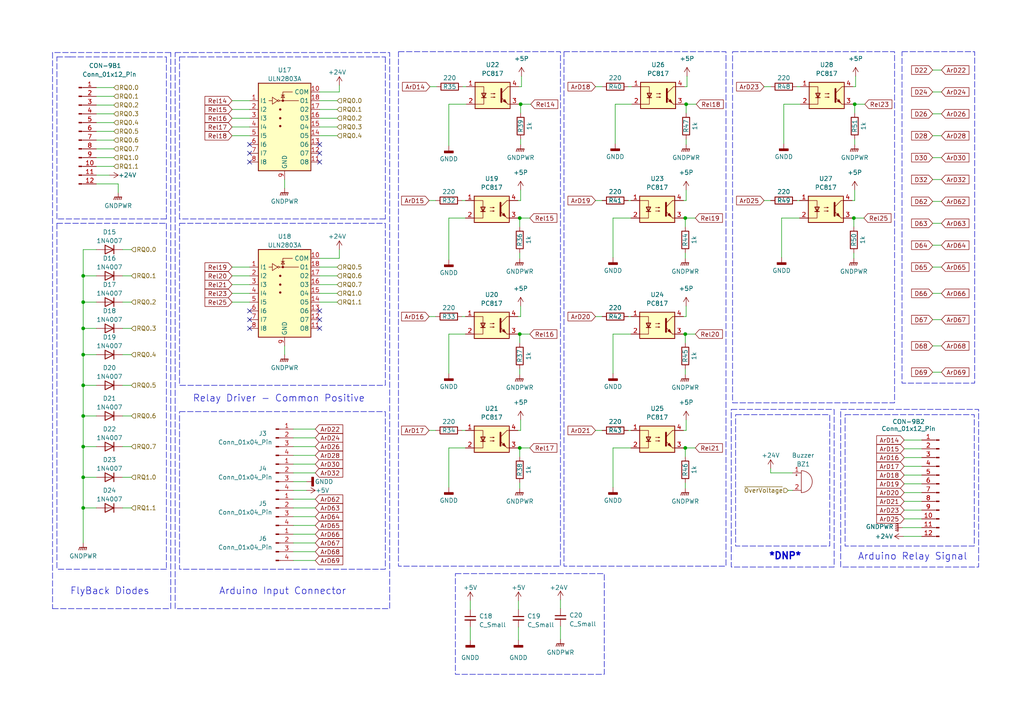
<source format=kicad_sch>
(kicad_sch (version 20250114) (generator "eeschema") (generator_version "9.0")
  (paper "A4")
  (title_block (title "PLC RestoMod - Digital I/O") (date "2024-01-04") (rev "2.0") (company "Akbar Q Open Source") (comment 1 "Digital Input [Switch + External 24V]") (comment 2 "Corrected Relay Driver Circuit Power") (comment 3 "PCB Manufacture Complete - Pending Build and Test"))
  (rectangle (start 52.07 119.38) (end 111.76 165.1) (stroke (width 0) (type dash)))
  (rectangle (start 212.09 118.745) (end 241.935 164.465) (stroke (width 0) (type dash)))
  (rectangle (start 50.8 15.24) (end 113.03 176.53) (stroke (width 0) (type dash)))
  (rectangle (start 132.08 166.37) (end 175.26 195.58) (stroke (width 0) (type dash)))
  (rectangle (start 261.62 14.986) (end 282.702 111.125) (stroke (width 0) (type dash)))
  (rectangle (start 115.57 14.986) (end 162.56 164.211) (stroke (width 0) (type dash)))
  (rectangle (start 212.471 14.986) (end 259.461 116.84) (stroke (width 0) (type dash)))
  (rectangle (start 163.576 14.986) (end 210.566 164.211) (stroke (width 0) (type dash)))
  (rectangle (start 243.84 118.745) (end 283.845 164.465) (stroke (width 0) (type dash)))
  (rectangle (start 52.07 64.77) (end 111.76 111.76) (stroke (width 0) (type dash)))
  (rectangle (start 213.36 120.269) (end 240.665 158.369) (stroke (width 0) (type dash)))
  (rectangle (start 245.11 120.269) (end 282.575 158.369) (stroke (width 0) (type dash)))
  (text "Relay Driver - Common Positive" (at 55.88 116.84 0) (effects (font (size 2 2)) (justify left bottom)))
  (text "*DNP*" (at 222.885 162.56 0) (effects (font (size 2 2) (thickness 0.4) (bold yes)) (justify left bottom)))
  (text "Arduino Input Connector" (at 63.5 172.72 0) (effects (font (size 2 2)) (justify left bottom)))
  (text "Arduino Relay Signal" (at 248.793 162.687 0) (effects (font (size 2 2)) (justify left bottom)))
  (text "FlyBack Diodes" (at 20.32 172.72 0) (effects (font (size 2 2)) (justify left bottom)))
  (junction (at 198.755 129.921))
  (junction (at 247.65 63.246))
  (junction (at 150.749 96.901))
  (junction (at 150.749 63.246))
  (junction (at 24.13 102.87))
  (junction (at 247.904 30.226))
  (junction (at 24.13 87.63))
  (junction (at 198.755 63.246))
  (junction (at 24.13 129.54))
  (junction (at 24.13 111.76))
  (junction (at 24.13 120.65))
  (junction (at 24.13 95.25))
  (junction (at 24.13 80.01))
  (junction (at 150.749 129.921))
  (junction (at 198.755 96.901))
  (junction (at 151.003 30.226))
  (junction (at 24.13 138.43))
  (junction (at 24.13 147.32))
  (junction (at 199.009 30.226))
  (no_connect (at 92.71 92.71))
  (no_connect (at 92.71 90.17))
  (no_connect (at 92.71 41.91))
  (no_connect (at 72.39 90.17))
  (no_connect (at 92.71 95.25))
  (no_connect (at 92.71 44.45))
  (no_connect (at 72.39 95.25))
  (no_connect (at 72.39 41.91))
  (no_connect (at 72.39 46.99))
  (no_connect (at 72.39 44.45))
  (no_connect (at 72.39 92.71))
  (no_connect (at 92.71 46.99))
  (wire (pts (xy 24.13 95.25) (xy 27.94 95.25)))
  (wire (pts (xy 198.247 129.921) (xy 198.755 129.921)))
  (wire (pts (xy 24.13 72.39) (xy 27.94 72.39)))
  (wire (pts (xy 24.13 111.76) (xy 24.13 102.87)))
  (wire (pts (xy 67.31 39.37) (xy 72.39 39.37)))
  (wire (pts (xy 34.29 53.34) (xy 27.94 53.34)))
  (wire (pts (xy 270.51 58.42) (xy 273.05 58.42)))
  (wire (pts (xy 262.255 137.795) (xy 267.335 137.795)))
  (wire (pts (xy 35.56 72.39) (xy 38.1 72.39)))
  (wire (pts (xy 182.245 124.841) (xy 183.007 124.841)))
  (wire (pts (xy 270.51 100.33) (xy 273.05 100.33)))
  (wire (pts (xy 231.14 25.146) (xy 232.156 25.146)))
  (wire (pts (xy 24.13 87.63) (xy 24.13 80.01)))
  (wire (pts (xy 198.247 124.841) (xy 199.009 124.841)))
  (polyline (pts (xy 111.76 63.5) (xy 52.07 63.5)) (stroke (width 0) (type dash)))
  (wire (pts (xy 130.175 63.246) (xy 130.175 75.311)))
  (wire (pts (xy 85.09 124.46) (xy 91.44 124.46)))
  (wire (pts (xy 178.435 30.226) (xy 178.435 41.656)))
  (wire (pts (xy 85.09 127) (xy 91.44 127)))
  (wire (pts (xy 198.755 107.061) (xy 198.755 108.585)))
  (wire (pts (xy 162.56 173.99) (xy 162.56 176.53)))
  (wire (pts (xy 247.142 63.246) (xy 247.65 63.246)))
  (wire (pts (xy 130.175 30.226) (xy 130.175 42.291)))
  (wire (pts (xy 151.257 22.098) (xy 151.257 25.146)))
  (wire (pts (xy 85.09 162.56) (xy 91.44 162.56)))
  (wire (pts (xy 247.904 40.386) (xy 247.904 41.91)))
  (wire (pts (xy 35.56 102.87) (xy 38.1 102.87)))
  (wire (pts (xy 262.255 150.495) (xy 267.335 150.495)))
  (wire (pts (xy 85.09 147.32) (xy 91.44 147.32)))
  (wire (pts (xy 82.55 100.33) (xy 82.55 102.87)))
  (wire (pts (xy 270.51 39.37) (xy 273.05 39.37)))
  (wire (pts (xy 262.255 135.255) (xy 267.335 135.255)))
  (wire (pts (xy 198.755 96.901) (xy 201.676 96.901)))
  (polyline (pts (xy 48.26 165.1) (xy 16.51 165.1)) (stroke (width 0) (type dash)))
  (wire (pts (xy 199.009 121.793) (xy 199.009 124.841)))
  (wire (pts (xy 150.749 107.061) (xy 150.749 108.585)))
  (wire (pts (xy 124.46 91.821) (xy 126.365 91.821)))
  (wire (pts (xy 199.009 40.386) (xy 199.009 41.91)))
  (wire (pts (xy 198.247 58.166) (xy 199.009 58.166)))
  (wire (pts (xy 270.51 107.95) (xy 273.05 107.95)))
  (wire (pts (xy 172.72 91.821) (xy 174.625 91.821)))
  (wire (pts (xy 228.6 142.24) (xy 229.87 142.24)))
  (wire (pts (xy 247.65 63.246) (xy 250.571 63.246)))
  (wire (pts (xy 198.755 63.246) (xy 201.676 63.246)))
  (wire (pts (xy 98.425 24.765) (xy 98.425 26.67)))
  (wire (pts (xy 67.31 36.83) (xy 72.39 36.83)))
  (wire (pts (xy 198.501 25.146) (xy 199.263 25.146)))
  (wire (pts (xy 247.396 25.146) (xy 248.158 25.146)))
  (wire (pts (xy 82.55 52.07) (xy 82.55 54.61)))
  (wire (pts (xy 150.749 63.246) (xy 153.67 63.246)))
  (wire (pts (xy 150.749 96.901) (xy 153.67 96.901)))
  (wire (pts (xy 92.71 80.01) (xy 97.79 80.01)))
  (wire (pts (xy 92.71 31.75) (xy 97.79 31.75)))
  (wire (pts (xy 262.255 140.335) (xy 267.335 140.335)))
  (wire (pts (xy 221.615 25.146) (xy 223.52 25.146)))
  (wire (pts (xy 150.241 63.246) (xy 150.749 63.246)))
  (wire (pts (xy 262.255 147.955) (xy 267.335 147.955)))
  (wire (pts (xy 130.175 96.901) (xy 135.001 96.901)))
  (wire (pts (xy 199.009 30.226) (xy 199.009 32.766)))
  (wire (pts (xy 150.749 129.921) (xy 153.67 129.921)))
  (wire (pts (xy 178.435 30.226) (xy 183.261 30.226)))
  (wire (pts (xy 177.8 96.901) (xy 177.8 108.331)))
  (polyline (pts (xy 16.51 16.51) (xy 20.32 16.51)) (stroke (width 0) (type dash)))
  (wire (pts (xy 247.904 30.226) (xy 247.904 32.766)))
  (polyline (pts (xy 49.53 15.24) (xy 15.24 15.24)) (stroke (width 0) (type dash)))
  (wire (pts (xy 24.13 102.87) (xy 27.94 102.87)))
  (polyline (pts (xy 52.07 63.5) (xy 52.07 16.51)) (stroke (width 0) (type dash)))
  (wire (pts (xy 172.72 124.841) (xy 174.625 124.841)))
  (wire (pts (xy 270.51 33.02) (xy 273.05 33.02)))
  (wire (pts (xy 182.245 91.821) (xy 183.007 91.821)))
  (wire (pts (xy 151.003 30.226) (xy 153.924 30.226)))
  (wire (pts (xy 150.495 30.226) (xy 151.003 30.226)))
  (wire (pts (xy 67.31 87.63) (xy 72.39 87.63)))
  (wire (pts (xy 124.46 58.166) (xy 126.365 58.166)))
  (wire (pts (xy 27.94 33.02) (xy 33.02 33.02)))
  (wire (pts (xy 24.13 120.65) (xy 27.94 120.65)))
  (wire (pts (xy 198.755 73.406) (xy 198.755 74.93)))
  (wire (pts (xy 136.398 174.244) (xy 136.398 176.784)))
  (wire (pts (xy 198.755 63.246) (xy 198.755 65.786)))
  (wire (pts (xy 247.65 73.406) (xy 247.65 74.93)))
  (wire (pts (xy 198.755 140.081) (xy 198.755 141.605)))
  (wire (pts (xy 24.13 120.65) (xy 24.13 111.76)))
  (wire (pts (xy 27.94 40.64) (xy 33.02 40.64)))
  (wire (pts (xy 85.09 142.24) (xy 88.9 142.24)))
  (polyline (pts (xy 48.26 64.77) (xy 48.26 165.1)) (stroke (width 0) (type dash)))
  (wire (pts (xy 85.09 137.16) (xy 91.44 137.16)))
  (wire (pts (xy 270.51 71.12) (xy 273.05 71.12)))
  (wire (pts (xy 150.749 73.406) (xy 150.749 74.93)))
  (wire (pts (xy 150.495 25.146) (xy 151.257 25.146)))
  (wire (pts (xy 270.51 77.47) (xy 273.05 77.47)))
  (wire (pts (xy 198.755 129.921) (xy 198.755 132.461)))
  (wire (pts (xy 24.13 138.43) (xy 24.13 129.54)))
  (wire (pts (xy 35.56 138.43) (xy 38.1 138.43)))
  (wire (pts (xy 85.09 132.08) (xy 91.44 132.08)))
  (wire (pts (xy 92.71 82.55) (xy 97.79 82.55)))
  (wire (pts (xy 35.56 120.65) (xy 38.1 120.65)))
  (wire (pts (xy 92.71 26.67) (xy 98.425 26.67)))
  (wire (pts (xy 199.009 55.118) (xy 199.009 58.166)))
  (wire (pts (xy 67.31 34.29) (xy 72.39 34.29)))
  (polyline (pts (xy 52.07 16.51) (xy 55.88 16.51)) (stroke (width 0) (type dash)))
  (wire (pts (xy 27.94 48.26) (xy 33.02 48.26)))
  (wire (pts (xy 229.87 137.16) (xy 223.52 137.16)))
  (wire (pts (xy 172.72 58.166) (xy 174.625 58.166)))
  (wire (pts (xy 27.94 43.18) (xy 33.02 43.18)))
  (wire (pts (xy 248.158 22.098) (xy 248.158 25.146)))
  (wire (pts (xy 24.13 129.54) (xy 24.13 120.65)))
  (wire (pts (xy 92.71 34.29) (xy 97.79 34.29)))
  (wire (pts (xy 27.94 50.8) (xy 31.75 50.8)))
  (wire (pts (xy 199.009 30.226) (xy 201.93 30.226)))
  (wire (pts (xy 150.749 129.921) (xy 150.749 132.461)))
  (wire (pts (xy 92.71 87.63) (xy 97.79 87.63)))
  (wire (pts (xy 35.56 147.32) (xy 38.1 147.32)))
  (wire (pts (xy 177.8 129.921) (xy 183.007 129.921)))
  (wire (pts (xy 198.247 63.246) (xy 198.755 63.246)))
  (wire (pts (xy 24.13 102.87) (xy 24.13 95.25)))
  (wire (pts (xy 133.985 91.821) (xy 135.001 91.821)))
  (wire (pts (xy 150.749 140.081) (xy 150.749 141.605)))
  (wire (pts (xy 85.09 149.86) (xy 91.44 149.86)))
  (wire (pts (xy 261.747 153.035) (xy 267.335 153.035)))
  (wire (pts (xy 130.175 30.226) (xy 135.255 30.226)))
  (wire (pts (xy 85.09 134.62) (xy 91.44 134.62)))
  (wire (pts (xy 92.71 74.93) (xy 98.425 74.93)))
  (wire (pts (xy 124.714 25.146) (xy 126.619 25.146)))
  (wire (pts (xy 27.94 35.56) (xy 33.02 35.56)))
  (wire (pts (xy 130.175 129.921) (xy 130.175 141.351)))
  (wire (pts (xy 92.71 85.09) (xy 97.79 85.09)))
  (wire (pts (xy 177.8 96.901) (xy 183.007 96.901)))
  (wire (pts (xy 92.71 29.21) (xy 97.79 29.21)))
  (polyline (pts (xy 16.51 64.77) (xy 48.26 64.77)) (stroke (width 0) (type dash)))
  (polyline (pts (xy 15.24 176.53) (xy 49.53 176.53)) (stroke (width 0) (type dash)))
  (wire (pts (xy 130.175 129.921) (xy 135.001 129.921)))
  (wire (pts (xy 247.142 58.166) (xy 247.904 58.166)))
  (wire (pts (xy 162.56 181.61) (xy 162.56 185.42)))
  (wire (pts (xy 198.755 96.901) (xy 198.755 99.441)))
  (wire (pts (xy 198.247 91.821) (xy 199.009 91.821)))
  (wire (pts (xy 226.695 63.246) (xy 226.695 74.676)))
  (wire (pts (xy 198.247 96.901) (xy 198.755 96.901)))
  (wire (pts (xy 24.13 87.63) (xy 27.94 87.63)))
  (wire (pts (xy 24.13 138.43) (xy 27.94 138.43)))
  (wire (pts (xy 85.09 157.48) (xy 91.44 157.48)))
  (wire (pts (xy 67.31 77.47) (xy 72.39 77.47)))
  (wire (pts (xy 227.33 30.226) (xy 227.33 41.656)))
  (wire (pts (xy 34.29 55.88) (xy 34.29 53.34)))
  (wire (pts (xy 270.51 26.67) (xy 273.05 26.67)))
  (wire (pts (xy 85.09 154.94) (xy 91.44 154.94)))
  (wire (pts (xy 67.31 80.01) (xy 72.39 80.01)))
  (wire (pts (xy 262.255 130.175) (xy 267.335 130.175)))
  (wire (pts (xy 24.13 80.01) (xy 24.13 72.39)))
  (wire (pts (xy 198.755 129.921) (xy 201.676 129.921)))
  (wire (pts (xy 247.396 30.226) (xy 247.904 30.226)))
  (wire (pts (xy 270.51 64.77) (xy 273.05 64.77)))
  (wire (pts (xy 247.904 30.226) (xy 250.825 30.226)))
  (wire (pts (xy 150.241 129.921) (xy 150.749 129.921)))
  (wire (pts (xy 67.31 85.09) (xy 72.39 85.09)))
  (polyline (pts (xy 15.24 15.24) (xy 15.24 176.53)) (stroke (width 0) (type dash)))
  (wire (pts (xy 27.94 45.72) (xy 33.02 45.72)))
  (wire (pts (xy 150.749 96.901) (xy 150.749 99.441)))
  (wire (pts (xy 151.003 121.793) (xy 151.003 124.841)))
  (wire (pts (xy 24.13 111.76) (xy 27.94 111.76)))
  (wire (pts (xy 27.94 38.1) (xy 33.02 38.1)))
  (wire (pts (xy 247.904 55.118) (xy 247.904 58.166)))
  (wire (pts (xy 67.31 29.21) (xy 72.39 29.21)))
  (wire (pts (xy 151.003 55.118) (xy 151.003 58.166)))
  (wire (pts (xy 85.09 144.78) (xy 91.44 144.78)))
  (wire (pts (xy 177.8 129.921) (xy 177.8 141.351)))
  (wire (pts (xy 270.51 85.09) (xy 273.05 85.09)))
  (wire (pts (xy 150.241 91.821) (xy 151.003 91.821)))
  (wire (pts (xy 247.65 63.246) (xy 247.65 65.786)))
  (wire (pts (xy 262.255 145.415) (xy 267.335 145.415)))
  (wire (pts (xy 24.13 147.32) (xy 24.13 138.43)))
  (wire (pts (xy 85.09 139.7) (xy 88.9 139.7)))
  (wire (pts (xy 67.31 31.75) (xy 72.39 31.75)))
  (wire (pts (xy 262.255 132.715) (xy 267.335 132.715)))
  (polyline (pts (xy 55.88 16.51) (xy 111.76 16.51)) (stroke (width 0) (type dash)))
  (wire (pts (xy 150.368 174.244) (xy 150.368 176.784)))
  (wire (pts (xy 262.255 142.875) (xy 267.335 142.875)))
  (wire (pts (xy 223.52 135.89) (xy 223.52 137.16)))
  (wire (pts (xy 24.13 95.25) (xy 24.13 87.63)))
  (wire (pts (xy 182.245 58.166) (xy 183.007 58.166)))
  (polyline (pts (xy 20.32 16.51) (xy 48.26 16.51)) (stroke (width 0) (type dash)))
  (wire (pts (xy 27.94 25.4) (xy 33.02 25.4)))
  (wire (pts (xy 134.239 25.146) (xy 135.255 25.146)))
  (wire (pts (xy 136.398 181.864) (xy 136.398 185.674)))
  (wire (pts (xy 270.51 20.32) (xy 273.05 20.32)))
  (wire (pts (xy 150.368 181.864) (xy 150.368 185.674)))
  (wire (pts (xy 24.13 147.32) (xy 27.94 147.32)))
  (wire (pts (xy 67.31 82.55) (xy 72.39 82.55)))
  (wire (pts (xy 92.71 36.83) (xy 97.79 36.83)))
  (wire (pts (xy 35.56 111.76) (xy 38.1 111.76)))
  (wire (pts (xy 24.13 157.48) (xy 24.13 147.32)))
  (wire (pts (xy 124.46 124.841) (xy 126.365 124.841)))
  (wire (pts (xy 130.175 96.901) (xy 130.175 108.331)))
  (wire (pts (xy 24.13 80.01) (xy 27.94 80.01)))
  (wire (pts (xy 35.56 95.25) (xy 38.1 95.25)))
  (wire (pts (xy 85.09 160.02) (xy 91.44 160.02)))
  (wire (pts (xy 150.241 58.166) (xy 151.003 58.166)))
  (wire (pts (xy 24.13 129.54) (xy 27.94 129.54)))
  (wire (pts (xy 226.695 63.246) (xy 231.902 63.246)))
  (wire (pts (xy 231.14 58.166) (xy 231.902 58.166)))
  (wire (pts (xy 151.003 30.226) (xy 151.003 32.766)))
  (wire (pts (xy 262.001 155.575) (xy 267.335 155.575)))
  (wire (pts (xy 92.71 39.37) (xy 97.79 39.37)))
  (wire (pts (xy 227.33 30.226) (xy 232.156 30.226)))
  (polyline (pts (xy 16.51 63.5) (xy 16.51 16.51)) (stroke (width 0) (type dash)))
  (wire (pts (xy 270.51 52.07) (xy 273.05 52.07)))
  (wire (pts (xy 182.245 25.146) (xy 183.261 25.146)))
  (wire (pts (xy 177.8 63.246) (xy 177.8 74.676)))
  (wire (pts (xy 199.263 22.098) (xy 199.263 25.146)))
  (wire (pts (xy 150.749 63.246) (xy 150.749 65.786)))
  (wire (pts (xy 98.425 72.39) (xy 98.425 74.93)))
  (wire (pts (xy 262.255 127.635) (xy 267.335 127.635)))
  (wire (pts (xy 130.175 63.246) (xy 135.001 63.246)))
  (wire (pts (xy 151.003 88.773) (xy 151.003 91.821)))
  (wire (pts (xy 172.72 25.146) (xy 174.625 25.146)))
  (polyline (pts (xy 48.26 63.5) (xy 16.51 63.5)) (stroke (width 0) (type dash)))
  (polyline (pts (xy 16.51 64.77) (xy 16.51 165.1)) (stroke (width 0) (type dash)))
  (wire (pts (xy 270.51 92.71) (xy 273.05 92.71)))
  (wire (pts (xy 177.8 63.246) (xy 183.007 63.246)))
  (polyline (pts (xy 111.76 16.51) (xy 111.76 63.5)) (stroke (width 0) (type dash)))
  (wire (pts (xy 199.009 88.773) (xy 199.009 91.821)))
  (wire (pts (xy 133.985 124.841) (xy 135.001 124.841)))
  (wire (pts (xy 150.241 96.901) (xy 150.749 96.901)))
  (polyline (pts (xy 49.53 176.53) (xy 49.53 15.24)) (stroke (width 0) (type dash)))
  (wire (pts (xy 27.94 27.94) (xy 33.02 27.94)))
  (wire (pts (xy 270.51 45.72) (xy 273.05 45.72)))
  (wire (pts (xy 85.09 129.54) (xy 91.44 129.54)))
  (wire (pts (xy 85.09 152.4) (xy 91.44 152.4)))
  (wire (pts (xy 198.501 30.226) (xy 199.009 30.226)))
  (wire (pts (xy 150.241 124.841) (xy 151.003 124.841)))
  (wire (pts (xy 35.56 129.54) (xy 38.1 129.54)))
  (wire (pts (xy 221.615 58.166) (xy 223.52 58.166)))
  (wire (pts (xy 133.985 58.166) (xy 135.001 58.166)))
  (wire (pts (xy 35.56 80.01) (xy 38.1 80.01)))
  (polyline (pts (xy 48.26 16.51) (xy 48.26 63.5)) (stroke (width 0) (type dash)))
  (wire (pts (xy 35.56 87.63) (xy 38.1 87.63)))
  (wire (pts (xy 151.003 40.386) (xy 151.003 41.91)))
  (wire (pts (xy 97.79 77.47) (xy 92.71 77.47)))
  (wire (pts (xy 27.94 30.48) (xy 33.02 30.48)))
  (global_label "ArD28" (shape input) (at 91.44 132.08 0) (property "Intersheetrefs" "${INTERSHEET_REFS}" (effects (hide yes))))
  (global_label "ArD20" (shape input) (at 172.72 91.821 180) (property "Intersheetrefs" "${INTERSHEET_REFS}" (effects (hide yes))))
  (global_label "ArD68" (shape input) (at 91.44 160.02 0) (property "Intersheetrefs" "${INTERSHEET_REFS}" (effects (hide yes))))
  (global_label "D66" (shape input) (at 270.51 85.09 180) (property "Intersheetrefs" "${INTERSHEET_REFS}" (effects (hide yes))))
  (global_label "D24" (shape input) (at 270.51 26.67 180) (property "Intersheetrefs" "${INTERSHEET_REFS}" (effects (hide yes))))
  (global_label "ArD64" (shape input) (at 273.05 71.12 0) (property "Intersheetrefs" "${INTERSHEET_REFS}" (effects (hide yes))))
  (global_label "ArD15" (shape input) (at 262.255 130.175 180) (property "Intersheetrefs" "${INTERSHEET_REFS}" (effects (hide yes))))
  (global_label "Rel20" (shape input) (at 67.31 80.01 180) (property "Intersheetrefs" "${INTERSHEET_REFS}" (effects (hide yes))))
  (global_label "D67" (shape input) (at 270.51 92.71 180) (property "Intersheetrefs" "${INTERSHEET_REFS}" (effects (hide yes))))
  (global_label "ArD19" (shape input) (at 172.72 58.166 180) (property "Intersheetrefs" "${INTERSHEET_REFS}" (effects (hide yes))))
  (global_label "D64" (shape input) (at 270.51 71.12 180) (property "Intersheetrefs" "${INTERSHEET_REFS}" (effects (hide yes))))
  (global_label "Rel14" (shape input) (at 153.924 30.226 0) (property "Intersheetrefs" "${INTERSHEET_REFS}" (effects (hide yes))))
  (global_label "D26" (shape input) (at 270.51 33.02 180) (property "Intersheetrefs" "${INTERSHEET_REFS}" (effects (hide yes))))
  (global_label "D62" (shape input) (at 270.51 58.42 180) (property "Intersheetrefs" "${INTERSHEET_REFS}" (effects (hide yes))))
  (global_label "Rel23" (shape input) (at 67.31 85.09 180) (property "Intersheetrefs" "${INTERSHEET_REFS}" (effects (hide yes))))
  (global_label "ArD24" (shape input) (at 91.44 127 0) (property "Intersheetrefs" "${INTERSHEET_REFS}" (effects (hide yes))))
  (global_label "ArD63" (shape input) (at 273.05 64.77 0) (property "Intersheetrefs" "${INTERSHEET_REFS}" (effects (hide yes))))
  (global_label "ArD25" (shape input) (at 221.615 58.166 180) (property "Intersheetrefs" "${INTERSHEET_REFS}" (effects (hide yes))))
  (global_label "ArD14" (shape input) (at 124.714 25.146 180) (property "Intersheetrefs" "${INTERSHEET_REFS}" (effects (hide yes))))
  (global_label "ArD28" (shape input) (at 273.05 39.37 0) (property "Intersheetrefs" "${INTERSHEET_REFS}" (effects (hide yes))))
  (global_label "D32" (shape input) (at 270.51 52.07 180) (property "Intersheetrefs" "${INTERSHEET_REFS}" (effects (hide yes))))
  (global_label "ArD21" (shape input) (at 262.255 145.415 180) (property "Intersheetrefs" "${INTERSHEET_REFS}" (effects (hide yes))))
  (global_label "Rel25" (shape input) (at 67.31 87.63 180) (property "Intersheetrefs" "${INTERSHEET_REFS}" (effects (hide yes))))
  (global_label "ArD64" (shape input) (at 91.44 149.86 0) (property "Intersheetrefs" "${INTERSHEET_REFS}" (effects (hide yes))))
  (global_label "Rel19" (shape input) (at 67.31 77.47 180) (property "Intersheetrefs" "${INTERSHEET_REFS}" (effects (hide yes))))
  (global_label "D30" (shape input) (at 270.51 45.72 180) (property "Intersheetrefs" "${INTERSHEET_REFS}" (effects (hide yes))))
  (global_label "Rel20" (shape input) (at 201.676 96.901 0) (property "Intersheetrefs" "${INTERSHEET_REFS}" (effects (hide yes))))
  (global_label "Rel17" (shape input) (at 67.31 36.83 180) (property "Intersheetrefs" "${INTERSHEET_REFS}" (effects (hide yes))))
  (global_label "Rel15" (shape input) (at 67.31 31.75 180) (property "Intersheetrefs" "${INTERSHEET_REFS}" (effects (hide yes))))
  (global_label "D28" (shape input) (at 270.51 39.37 180) (property "Intersheetrefs" "${INTERSHEET_REFS}" (effects (hide yes))))
  (global_label "ArD26" (shape input) (at 273.05 33.02 0) (property "Intersheetrefs" "${INTERSHEET_REFS}" (effects (hide yes))))
  (global_label "ArD22" (shape input) (at 91.44 124.46 0) (property "Intersheetrefs" "${INTERSHEET_REFS}" (effects (hide yes))))
  (global_label "Rel21" (shape input) (at 201.676 129.921 0) (property "Intersheetrefs" "${INTERSHEET_REFS}" (effects (hide yes))))
  (global_label "Rel16" (shape input) (at 153.67 96.901 0) (property "Intersheetrefs" "${INTERSHEET_REFS}" (effects (hide yes))))
  (global_label "Rel23" (shape input) (at 250.825 30.226 0) (property "Intersheetrefs" "${INTERSHEET_REFS}" (effects (hide yes))))
  (global_label "ArD65" (shape input) (at 91.44 152.4 0) (property "Intersheetrefs" "${INTERSHEET_REFS}" (effects (hide yes))))
  (global_label "ArD67" (shape input) (at 273.05 92.71 0) (property "Intersheetrefs" "${INTERSHEET_REFS}" (effects (hide yes))))
  (global_label "ArD22" (shape input) (at 273.05 20.32 0) (property "Intersheetrefs" "${INTERSHEET_REFS}" (effects (hide yes))))
  (global_label "ArD68" (shape input) (at 273.05 100.33 0) (property "Intersheetrefs" "${INTERSHEET_REFS}" (effects (hide yes))))
  (global_label "D22" (shape input) (at 270.51 20.32 180) (property "Intersheetrefs" "${INTERSHEET_REFS}" (effects (hide yes))))
  (global_label "ArD62" (shape input) (at 273.05 58.42 0) (property "Intersheetrefs" "${INTERSHEET_REFS}" (effects (hide yes))))
  (global_label "D65" (shape input) (at 270.51 77.47 180) (property "Intersheetrefs" "${INTERSHEET_REFS}" (effects (hide yes))))
  (global_label "ArD20" (shape input) (at 262.255 142.875 180) (property "Intersheetrefs" "${INTERSHEET_REFS}" (effects (hide yes))))
  (global_label "Rel21" (shape input) (at 67.31 82.55 180) (property "Intersheetrefs" "${INTERSHEET_REFS}" (effects (hide yes))))
  (global_label "Rel18" (shape input) (at 67.31 39.37 180) (property "Intersheetrefs" "${INTERSHEET_REFS}" (effects (hide yes))))
  (global_label "D68" (shape input) (at 270.51 100.33 180) (property "Intersheetrefs" "${INTERSHEET_REFS}" (effects (hide yes))))
  (global_label "ArD30" (shape input) (at 273.05 45.72 0) (property "Intersheetrefs" "${INTERSHEET_REFS}" (effects (hide yes))))
  (global_label "ArD17" (shape input) (at 124.46 124.841 180) (property "Intersheetrefs" "${INTERSHEET_REFS}" (effects (hide yes))))
  (global_label "ArD14" (shape input) (at 262.255 127.635 180) (property "Intersheetrefs" "${INTERSHEET_REFS}" (effects (hide yes))))
  (global_label "Rel16" (shape input) (at 67.31 34.29 180) (property "Intersheetrefs" "${INTERSHEET_REFS}" (effects (hide yes))))
  (global_label "ArD32" (shape input) (at 91.44 137.16 0) (property "Intersheetrefs" "${INTERSHEET_REFS}" (effects (hide yes))))
  (global_label "ArD25" (shape input) (at 262.255 150.495 180) (property "Intersheetrefs" "${INTERSHEET_REFS}" (effects (hide yes))))
  (global_label "ArD26" (shape input) (at 91.44 129.54 0) (property "Intersheetrefs" "${INTERSHEET_REFS}" (effects (hide yes))))
  (global_label "Rel18" (shape input) (at 201.93 30.226 0) (property "Intersheetrefs" "${INTERSHEET_REFS}" (effects (hide yes))))
  (global_label "ArD21" (shape input) (at 172.72 124.841 180) (property "Intersheetrefs" "${INTERSHEET_REFS}" (effects (hide yes))))
  (global_label "ArD23" (shape input) (at 262.255 147.955 180) (property "Intersheetrefs" "${INTERSHEET_REFS}" (effects (hide yes))))
  (global_label "ArD17" (shape input) (at 262.255 135.255 180) (property "Intersheetrefs" "${INTERSHEET_REFS}" (effects (hide yes))))
  (global_label "ArD67" (shape input) (at 91.44 157.48 0) (property "Intersheetrefs" "${INTERSHEET_REFS}" (effects (hide yes))))
  (global_label "Rel19" (shape input) (at 201.676 63.246 0) (property "Intersheetrefs" "${INTERSHEET_REFS}" (effects (hide yes))))
  (global_label "ArD69" (shape input) (at 273.05 107.95 0) (property "Intersheetrefs" "${INTERSHEET_REFS}" (effects (hide yes))))
  (global_label "ArD66" (shape input) (at 273.05 85.09 0) (property "Intersheetrefs" "${INTERSHEET_REFS}" (effects (hide yes))))
  (global_label "ArD32" (shape input) (at 273.05 52.07 0) (property "Intersheetrefs" "${INTERSHEET_REFS}" (effects (hide yes))))
  (global_label "ArD24" (shape input) (at 273.05 26.67 0) (property "Intersheetrefs" "${INTERSHEET_REFS}" (effects (hide yes))))
  (global_label "ArD16" (shape input) (at 262.255 132.715 180) (property "Intersheetrefs" "${INTERSHEET_REFS}" (effects (hide yes))))
  (global_label "Rel14" (shape input) (at 67.31 29.21 180) (property "Intersheetrefs" "${INTERSHEET_REFS}" (effects (hide yes))))
  (global_label "ArD30" (shape input) (at 91.44 134.62 0) (property "Intersheetrefs" "${INTERSHEET_REFS}" (effects (hide yes))))
  (global_label "ArD15" (shape input) (at 124.46 58.166 180) (property "Intersheetrefs" "${INTERSHEET_REFS}" (effects (hide yes))))
  (global_label "ArD66" (shape input) (at 91.44 154.94 0) (property "Intersheetrefs" "${INTERSHEET_REFS}" (effects (hide yes))))
  (global_label "Rel17" (shape input) (at 153.67 129.921 0) (property "Intersheetrefs" "${INTERSHEET_REFS}" (effects (hide yes))))
  (global_label "Rel15" (shape input) (at 153.67 63.246 0) (property "Intersheetrefs" "${INTERSHEET_REFS}" (effects (hide yes))))
  (global_label "D63" (shape input) (at 270.51 64.77 180) (property "Intersheetrefs" "${INTERSHEET_REFS}" (effects (hide yes))))
  (global_label "ArD18" (shape input) (at 262.255 137.795 180) (property "Intersheetrefs" "${INTERSHEET_REFS}" (effects (hide yes))))
  (global_label "ArD62" (shape input) (at 91.44 144.78 0) (property "Intersheetrefs" "${INTERSHEET_REFS}" (effects (hide yes))))
  (global_label "ArD65" (shape input) (at 273.05 77.47 0) (property "Intersheetrefs" "${INTERSHEET_REFS}" (effects (hide yes))))
  (global_label "ArD18" (shape input) (at 172.72 25.146 180) (property "Intersheetrefs" "${INTERSHEET_REFS}" (effects (hide yes))))
  (global_label "D69" (shape input) (at 270.51 107.95 180) (property "Intersheetrefs" "${INTERSHEET_REFS}" (effects (hide yes))))
  (global_label "ArD63" (shape input) (at 91.44 147.32 0) (property "Intersheetrefs" "${INTERSHEET_REFS}" (effects (hide yes))))
  (global_label "ArD23" (shape input) (at 221.615 25.146 180) (property "Intersheetrefs" "${INTERSHEET_REFS}" (effects (hide yes))))
  (global_label "ArD16" (shape input) (at 124.46 91.821 180) (property "Intersheetrefs" "${INTERSHEET_REFS}" (effects (hide yes))))
  (global_label "ArD19" (shape input) (at 262.255 140.335 180) (property "Intersheetrefs" "${INTERSHEET_REFS}" (effects (hide yes))))
  (global_label "Rel25" (shape input) (at 250.571 63.246 0) (property "Intersheetrefs" "${INTERSHEET_REFS}" (effects (hide yes))))
  (global_label "ArD69" (shape input) (at 91.44 162.56 0) (property "Intersheetrefs" "${INTERSHEET_REFS}" (effects (hide yes))))
  (hierarchical_label "RQ0.3" (shape input) (at 38.1 95.25 0))
  (hierarchical_label "RQ0.0" (shape input) (at 97.79 29.21 0))
  (hierarchical_label "RQ0.5" (shape input) (at 33.02 38.1 0))
  (hierarchical_label "RQ0.6" (shape input) (at 38.1 120.65 0))
  (hierarchical_label "RQ0.6" (shape input) (at 33.02 40.64 0))
  (hierarchical_label "RQ0.7" (shape input) (at 38.1 129.54 0))
  (hierarchical_label "RQ0.3" (shape input) (at 33.02 33.02 0))
  (hierarchical_label "RQ0.3" (shape input) (at 97.79 36.83 0))
  (hierarchical_label "RQ0.2" (shape input) (at 33.02 30.48 0))
  (hierarchical_label "RQ0.1" (shape input) (at 97.79 31.75 0))
  (hierarchical_label "RQ1.1" (shape input) (at 33.02 48.26 0))
  (hierarchical_label "RQ1.0" (shape input) (at 97.79 85.09 0))
  (hierarchical_label "RQ0.1" (shape input) (at 38.1 80.01 0))
  (hierarchical_label "RQ1.0" (shape input) (at 38.1 138.43 0))
  (hierarchical_label "RQ0.5" (shape input) (at 97.79 77.47 0))
  (hierarchical_label "RQ0.7" (shape input) (at 33.02 43.18 0))
  (hierarchical_label "RQ1.1" (shape input) (at 38.1 147.32 0))
  (hierarchical_label "RQ0.5" (shape input) (at 38.1 111.76 0))
  (hierarchical_label "RQ0.0" (shape input) (at 38.1 72.39 0))
  (hierarchical_label "RQ0.1" (shape input) (at 33.02 27.94 0))
  (hierarchical_label "RQ0.4" (shape input) (at 33.02 35.56 0))
  (hierarchical_label "RQ1.1" (shape input) (at 97.79 87.63 0))
  (hierarchical_label "RQ0.2" (shape input) (at 38.1 87.63 0))
  (hierarchical_label "RQ0.4" (shape input) (at 97.79 39.37 0))
  (hierarchical_label "RQ0.4" (shape input) (at 38.1 102.87 0))
  (hierarchical_label "RQ0.2" (shape input) (at 97.79 34.29 0))
  (hierarchical_label "RQ0.0" (shape input) (at 33.02 25.4 0))
  (hierarchical_label "RQ0.6" (shape input) (at 97.79 80.01 0))
  (hierarchical_label "RQ1.0" (shape input) (at 33.02 45.72 0))
  (hierarchical_label "RQ0.7" (shape input) (at 97.79 82.55 0))
  (hierarchical_label "~{OverVoltage}" (shape input) (at 228.6 142.24 180))
  (symbol (lib_id "Isolator:PC817") (at 190.627 127.381 0) (unit 1)
    (property "Reference" "U25" (at 190.627 118.491 0))
    (property "Value" "PC817" (at 190.627 121.031 0))
    (property "Footprint" "Package_DIP:DIP-4_W7.62mm" (effects (hide yes)))
    (property "Datasheet" "http://www.soselectronic.cz/a_info/resource/d/pc817.pdf" (effects (hide yes)))
  )
  (symbol (lib_id "power:GNDD") (at 177.8 108.331 0) (unit 1)
    (property "Reference" "#PWR090" (effects (hide yes)))
    (property "Value" "GNDD" (at 177.8 112.141 0))
  )
  (symbol (lib_id "Connector:Conn_01x04_Pin") (at 80.01 147.32 0) (unit 1)
    (property "Reference" "J5" (at 76.2 146.05 0))
    (property "Value" "Conn_01x04_Pin" (at 71.12 148.59 0))
    (property "Footprint" "Connector_PinHeader_2.54mm:PinHeader_1x04_P2.54mm_Vertical" (effects (hide yes)))
  )
  (symbol (lib_id "Device:R") (at 130.175 58.166 90) (unit 1)
    (property "Reference" "R32" (at 130.175 58.166 90))
    (property "Value" "220" (at 130.175 55.626 90))
    (property "Footprint" "Resistor_THT:R_Axial_DIN0204_L3.6mm_D1.6mm_P1.90mm_Vertical" (effects (hide yes)))
  )
  (symbol (lib_id "power:GNDPWR") (at 198.755 74.93 0) (unit 1)
    (property "Reference" "#PWR093" (effects (hide yes)))
    (property "Value" "GNDPWR" (at 198.755 78.74 0))
  )
  (symbol (lib_id "power:GNDPWR") (at 261.747 153.035 270) (unit 1)
    (property "Reference" "#PWR0108" (effects (hide yes)))
    (property "Value" "GNDPWR" (at 255.143 152.781 90))
  )
  (symbol (lib_id "Device:R") (at 130.429 25.146 90) (unit 1)
    (property "Reference" "R35" (at 130.429 25.146 90))
    (property "Value" "220" (at 130.429 22.606 90))
    (property "Footprint" "Resistor_THT:R_Axial_DIN0204_L3.6mm_D1.6mm_P1.90mm_Vertical" (effects (hide yes)))
  )
  (symbol (lib_id "power:GNDD") (at 150.368 185.674 0) (unit 1)
    (property "Reference" "#PWR078" (effects (hide yes)))
    (property "Value" "GNDD" (at 150.368 190.754 0))
  )
  (symbol (lib_id "Diode:1N4007") (at 31.75 102.87 0) (mirror y) (unit 1)
    (property "Reference" "D19" (at 31.75 97.79 0))
    (property "Value" "1N4007" (at 31.75 100.33 0))
    (property "Footprint" "Diode_THT:D_DO-41_SOD81_P10.16mm_Horizontal" (effects (hide yes)))
    (property "Datasheet" "http://www.vishay.com/docs/88503/1n4001.pdf" (effects (hide yes)))
    (property "Sim.Device" "D" (effects (hide yes)))
    (property "Sim.Pins" "1=K 2=A" (effects (hide yes)))
  )
  (symbol (lib_id "power:+5P") (at 199.009 55.118 0) (unit 1)
    (property "Reference" "#PWR097" (effects (hide yes)))
    (property "Value" "+5P" (at 199.009 50.038 0))
  )
  (symbol (lib_id "power:GNDPWR") (at 247.904 41.91 0) (unit 1)
    (property "Reference" "#PWR0105" (effects (hide yes)))
    (property "Value" "GNDPWR" (at 247.904 45.72 0))
  )
  (symbol (lib_id "power:+24V") (at 162.56 173.99 0) (unit 1)
    (property "Reference" "#PWR087" (effects (hide yes)))
    (property "Value" "+24V" (at 162.052 170.434 0))
  )
  (symbol (lib_id "Device:R") (at 150.749 136.271 180) (unit 1)
    (property "Reference" "R38" (at 150.749 136.271 90))
    (property "Value" "1k" (at 153.289 136.271 90))
    (property "Footprint" "Resistor_THT:R_Axial_DIN0204_L3.6mm_D1.6mm_P1.90mm_Vertical" (effects (hide yes)))
  )
  (symbol (lib_id "power:GNDPWR") (at 247.65 74.93 0) (unit 1)
    (property "Reference" "#PWR0104" (effects (hide yes)))
    (property "Value" "GNDPWR" (at 247.65 78.74 0))
  )
  (symbol (lib_id "power:GNDPWR") (at 150.749 141.605 0) (unit 1)
    (property "Reference" "#PWR081" (effects (hide yes)))
    (property "Value" "GNDPWR" (at 150.749 145.415 0))
  )
  (symbol (lib_id "Isolator:PC817") (at 190.881 27.686 0) (unit 1)
    (property "Reference" "U26" (at 190.881 18.796 0))
    (property "Value" "PC817" (at 190.881 21.336 0))
    (property "Footprint" "Package_DIP:DIP-4_W7.62mm" (effects (hide yes)))
    (property "Datasheet" "http://www.soselectronic.cz/a_info/resource/d/pc817.pdf" (effects (hide yes)))
  )
  (symbol (lib_id "Isolator:PC817") (at 239.522 60.706 0) (unit 1)
    (property "Reference" "U27" (at 239.522 51.816 0))
    (property "Value" "PC817" (at 239.522 54.356 0))
    (property "Footprint" "Package_DIP:DIP-4_W7.62mm" (effects (hide yes)))
    (property "Datasheet" "http://www.soselectronic.cz/a_info/resource/d/pc817.pdf" (effects (hide yes)))
  )
  (symbol (lib_id "Device:R") (at 130.175 124.841 90) (unit 1)
    (property "Reference" "R34" (at 130.175 124.841 90))
    (property "Value" "220" (at 130.175 122.301 90))
    (property "Footprint" "Resistor_THT:R_Axial_DIN0204_L3.6mm_D1.6mm_P1.90mm_Vertical" (effects (hide yes)))
  )
  (symbol (lib_id "power:+5V") (at 88.9 142.24 270) (unit 1)
    (property "Reference" "#PWR068" (effects (hide yes)))
    (property "Value" "+5V" (at 91.44 142.24 90) (effects (justify left)))
  )
  (symbol (lib_id "Diode:1N4007") (at 31.75 87.63 0) (mirror y) (unit 1)
    (property "Reference" "D17" (at 31.75 82.55 0))
    (property "Value" "1N4007" (at 31.75 85.09 0))
    (property "Footprint" "Diode_THT:D_DO-41_SOD81_P10.16mm_Horizontal" (effects (hide yes)))
    (property "Datasheet" "http://www.vishay.com/docs/88503/1n4001.pdf" (effects (hide yes)))
    (property "Sim.Device" "D" (effects (hide yes)))
    (property "Sim.Pins" "1=K 2=A" (effects (hide yes)))
  )
  (symbol (lib_id "Connector:Conn_01x04_Pin") (at 80.01 157.48 0) (unit 1)
    (property "Reference" "J6" (at 76.2 156.21 0))
    (property "Value" "Conn_01x04_Pin" (at 71.12 158.75 0))
    (property "Footprint" "Connector_PinHeader_2.54mm:PinHeader_1x04_P2.54mm_Vertical" (effects (hide yes)))
  )
  (symbol (lib_id "power:+5P") (at 151.003 121.793 0) (unit 1)
    (property "Reference" "#PWR085" (effects (hide yes)))
    (property "Value" "+5P" (at 151.003 116.713 0))
  )
  (symbol (lib_id "Isolator:PC817") (at 142.621 94.361 0) (unit 1)
    (property "Reference" "U20" (at 142.621 85.471 0))
    (property "Value" "PC817" (at 142.621 88.011 0))
    (property "Footprint" "Package_DIP:DIP-4_W7.62mm" (effects (hide yes)))
    (property "Datasheet" "http://www.soselectronic.cz/a_info/resource/d/pc817.pdf" (effects (hide yes)))
  )
  (symbol (lib_id "Isolator:PC817") (at 190.627 60.706 0) (unit 1)
    (property "Reference" "U23" (at 190.627 51.816 0))
    (property "Value" "PC817" (at 190.627 54.356 0))
    (property "Footprint" "Package_DIP:DIP-4_W7.62mm" (effects (hide yes)))
    (property "Datasheet" "http://www.soselectronic.cz/a_info/resource/d/pc817.pdf" (effects (hide yes)))
  )
  (symbol (lib_id "Device:R") (at 178.435 124.841 90) (unit 1)
    (property "Reference" "R43" (at 178.435 124.841 90))
    (property "Value" "220" (at 178.435 122.301 90))
    (property "Footprint" "Resistor_THT:R_Axial_DIN0204_L3.6mm_D1.6mm_P1.90mm_Vertical" (effects (hide yes)))
  )
  (symbol (lib_id "power:GNDPWR") (at 82.55 54.61 0) (unit 1)
    (property "Reference" "#PWR065" (effects (hide yes)))
    (property "Value" "GNDPWR" (at 82.55 58.42 0))
  )
  (symbol (lib_id "power:+24V") (at 223.52 135.89 0) (unit 1)
    (property "Reference" "#PWR0101" (effects (hide yes)))
    (property "Value" "+24V" (at 223.52 132.08 0))
  )
  (symbol (lib_id "power:GNDPWR") (at 24.13 157.48 0) (unit 1)
    (property "Reference" "#PWR062" (effects (hide yes)))
    (property "Value" "GNDPWR" (at 24.13 161.29 0))
  )
  (symbol (lib_id "power:+24V") (at 262.001 155.575 90) (unit 1)
    (property "Reference" "#PWR0109" (effects (hide yes)))
    (property "Value" "+24V" (at 256.413 155.575 90))
  )
  (symbol (lib_id "power:+24V") (at 31.75 50.8 270) (unit 1)
    (property "Reference" "#PWR063" (effects (hide yes)))
    (property "Value" "+24V" (at 34.29 50.8 90) (effects (justify left)))
  )
  (symbol (lib_id "Transistor_Array:ULN2803A") (at 82.55 82.55 0) (unit 1)
    (property "Reference" "U18" (at 82.55 68.58 0))
    (property "Value" "ULN2803A" (at 82.55 71.12 0))
    (property "Footprint" "Package_DIP:DIP-18_W7.62mm" (effects (hide yes)))
    (property "Datasheet" "http://www.ti.com/lit/ds/symlink/uln2803a.pdf" (effects (hide yes)))
  )
  (symbol (lib_id "Device:R") (at 227.33 58.166 90) (unit 1)
    (property "Reference" "R49" (at 227.33 58.166 90))
    (property "Value" "220" (at 227.33 55.626 90))
    (property "Footprint" "Resistor_THT:R_Axial_DIN0204_L3.6mm_D1.6mm_P1.90mm_Vertical" (effects (hide yes)))
  )
  (symbol (lib_id "Device:C_Small") (at 162.56 179.07 0) (unit 1)
    (property "Reference" "C20" (at 165.1 178.4413 0) (effects (justify left)))
    (property "Value" "C_Small" (at 165.1 180.9813 0) (effects (justify left)))
    (property "Footprint" "Capacitor_THT:C_Disc_D3.8mm_W2.6mm_P2.50mm" (effects (hide yes)))
  )
  (symbol (lib_id "power:GNDD") (at 88.9 139.7 90) (unit 1)
    (property "Reference" "#PWR067" (effects (hide yes)))
    (property "Value" "GNDD" (at 93.98 139.7 90))
  )
  (symbol (lib_id "power:GNDD") (at 227.33 41.656 0) (unit 1)
    (property "Reference" "#PWR0103" (effects (hide yes)))
    (property "Value" "GNDD" (at 227.33 45.466 0))
  )
  (symbol (lib_id "Device:R") (at 150.749 69.596 180) (unit 1)
    (property "Reference" "R36" (at 150.749 69.596 90))
    (property "Value" "1k" (at 153.289 69.596 90))
    (property "Footprint" "Resistor_THT:R_Axial_DIN0204_L3.6mm_D1.6mm_P1.90mm_Vertical" (effects (hide yes)))
  )
  (symbol (lib_id "power:+5P") (at 199.009 121.793 0) (unit 1)
    (property "Reference" "#PWR099" (effects (hide yes)))
    (property "Value" "+5P" (at 199.009 116.713 0))
  )
  (symbol (lib_id "power:+5P") (at 248.158 22.098 0) (unit 1)
    (property "Reference" "#PWR0107" (effects (hide yes)))
    (property "Value" "+5P" (at 248.158 17.018 0))
  )
  (symbol (lib_id "Connector:Conn_01x04_Pin") (at 80.01 127 0) (unit 1)
    (property "Reference" "J3" (at 76.2 125.73 0))
    (property "Value" "Conn_01x04_Pin" (at 71.12 128.27 0))
    (property "Footprint" "Connector_PinHeader_2.54mm:PinHeader_1x04_P2.54mm_Vertical" (effects (hide yes)))
  )
  (symbol (lib_id "Device:R") (at 150.749 103.251 180) (unit 1)
    (property "Reference" "R37" (at 150.749 103.251 90))
    (property "Value" "1k" (at 153.289 103.251 90))
    (property "Footprint" "Resistor_THT:R_Axial_DIN0204_L3.6mm_D1.6mm_P1.90mm_Vertical" (effects (hide yes)))
  )
  (symbol (lib_id "power:GNDPWR") (at 150.749 74.93 0) (unit 1)
    (property "Reference" "#PWR079" (effects (hide yes)))
    (property "Value" "GNDPWR" (at 150.749 78.74 0))
  )
  (symbol (lib_id "Connector:Conn_01x12_Pin") (at 22.86 38.1 0) (unit 1)
    (property "Reference" "CON-9B1" (at 30.48 19.05 0))
    (property "Value" "Conn_01x12_Pin" (at 31.75 21.59 0))
    (property "Footprint" "Connector_PinHeader_2.54mm:PinHeader_1x12_P2.54mm_Vertical" (effects (hide yes)))
  )
  (symbol (lib_id "Diode:1N4007") (at 31.75 138.43 0) (mirror y) (unit 1)
    (property "Reference" "D23" (at 31.75 133.35 0))
    (property "Value" "1N4007" (at 31.75 135.89 0))
    (property "Footprint" "Diode_THT:D_DO-41_SOD81_P10.16mm_Horizontal" (effects (hide yes)))
    (property "Datasheet" "http://www.vishay.com/docs/88503/1n4001.pdf" (effects (hide yes)))
    (property "Sim.Device" "D" (effects (hide yes)))
    (property "Sim.Pins" "1=K 2=A" (effects (hide yes)))
  )
  (symbol (lib_id "Device:R") (at 227.33 25.146 90) (unit 1)
    (property "Reference" "R48" (at 227.33 25.146 90))
    (property "Value" "220" (at 227.33 22.606 90))
    (property "Footprint" "Resistor_THT:R_Axial_DIN0204_L3.6mm_D1.6mm_P1.90mm_Vertical" (effects (hide yes)))
  )
  (symbol (lib_id "power:GNDD") (at 177.8 141.351 0) (unit 1)
    (property "Reference" "#PWR091" (effects (hide yes)))
    (property "Value" "GNDD" (at 177.8 145.161 0))
  )
  (symbol (lib_id "power:GNDD") (at 178.435 41.656 0) (unit 1)
    (property "Reference" "#PWR092" (effects (hide yes)))
    (property "Value" "GNDD" (at 178.435 45.466 0))
  )
  (symbol (lib_id "power:+5P") (at 151.257 22.098 0) (unit 1)
    (property "Reference" "#PWR086" (effects (hide yes)))
    (property "Value" "+5P" (at 151.257 17.018 0))
  )
  (symbol (lib_id "Device:R") (at 198.755 69.596 180) (unit 1)
    (property "Reference" "R44" (at 198.755 69.596 90))
    (property "Value" "1k" (at 201.295 69.596 90))
    (property "Footprint" "Resistor_THT:R_Axial_DIN0204_L3.6mm_D1.6mm_P1.90mm_Vertical" (effects (hide yes)))
  )
  (symbol (lib_id "power:GNDPWR") (at 82.55 102.87 0) (unit 1)
    (property "Reference" "#PWR066" (effects (hide yes)))
    (property "Value" "GNDPWR" (at 82.55 106.68 0))
  )
  (symbol (lib_id "Device:R") (at 198.755 136.271 180) (unit 1)
    (property "Reference" "R46" (at 198.755 136.271 90))
    (property "Value" "1k" (at 201.295 136.271 90))
    (property "Footprint" "Resistor_THT:R_Axial_DIN0204_L3.6mm_D1.6mm_P1.90mm_Vertical" (effects (hide yes)))
  )
  (symbol (lib_id "Isolator:PC817") (at 142.875 27.686 0) (unit 1)
    (property "Reference" "U22" (at 142.875 18.796 0))
    (property "Value" "PC817" (at 142.875 21.336 0))
    (property "Footprint" "Package_DIP:DIP-4_W7.62mm" (effects (hide yes)))
    (property "Datasheet" "http://www.soselectronic.cz/a_info/resource/d/pc817.pdf" (effects (hide yes)))
  )
  (symbol (lib_id "Device:R") (at 199.009 36.576 180) (unit 1)
    (property "Reference" "R47" (at 199.009 36.576 90))
    (property "Value" "1k" (at 201.549 36.576 90))
    (property "Footprint" "Resistor_THT:R_Axial_DIN0204_L3.6mm_D1.6mm_P1.90mm_Vertical" (effects (hide yes)))
  )
  (symbol (lib_id "Device:C_Small") (at 136.398 179.324 0) (unit 1)
    (property "Reference" "C18" (at 138.938 178.6953 0) (effects (justify left)))
    (property "Value" "C_Small" (at 138.938 181.2353 0) (effects (justify left)))
    (property "Footprint" "Capacitor_THT:C_Disc_D3.8mm_W2.6mm_P2.50mm" (effects (hide yes)))
  )
  (symbol (lib_id "power:+5P") (at 199.263 22.098 0) (unit 1)
    (property "Reference" "#PWR0100" (effects (hide yes)))
    (property "Value" "+5P" (at 199.263 17.018 0))
  )
  (symbol (lib_id "Device:R") (at 178.435 25.146 90) (unit 1)
    (property "Reference" "R40" (at 178.435 25.146 90))
    (property "Value" "220" (at 178.435 22.606 90))
    (property "Footprint" "Resistor_THT:R_Axial_DIN0204_L3.6mm_D1.6mm_P1.90mm_Vertical" (effects (hide yes)))
  )
  (symbol (lib_id "power:GNDPWR") (at 199.009 41.91 0) (unit 1)
    (property "Reference" "#PWR096" (effects (hide yes)))
    (property "Value" "GNDPWR" (at 199.009 45.72 0))
  )
  (symbol (lib_id "Device:R") (at 247.904 36.576 180) (unit 1)
    (property "Reference" "R51" (at 247.904 36.576 90))
    (property "Value" "1k" (at 250.444 36.576 90))
    (property "Footprint" "Resistor_THT:R_Axial_DIN0204_L3.6mm_D1.6mm_P1.90mm_Vertical" (effects (hide yes)))
  )
  (symbol (lib_id "power:+5P") (at 151.003 55.118 0) (unit 1)
    (property "Reference" "#PWR083" (effects (hide yes)))
    (property "Value" "+5P" (at 151.003 50.038 0))
  )
  (symbol (lib_id "Diode:1N4007") (at 31.75 120.65 0) (mirror y) (unit 1)
    (property "Reference" "D21" (at 31.75 115.57 0))
    (property "Value" "1N4007" (at 31.75 118.11 0))
    (property "Footprint" "Diode_THT:D_DO-41_SOD81_P10.16mm_Horizontal" (effects (hide yes)))
    (property "Datasheet" "http://www.vishay.com/docs/88503/1n4001.pdf" (effects (hide yes)))
    (property "Sim.Device" "D" (effects (hide yes)))
    (property "Sim.Pins" "1=K 2=A" (effects (hide yes)))
  )
  (symbol (lib_id "power:GNDPWR") (at 151.003 41.91 0) (unit 1)
    (property "Reference" "#PWR082" (effects (hide yes)))
    (property "Value" "GNDPWR" (at 151.003 45.72 0))
  )
  (symbol (lib_id "power:+5V") (at 150.368 174.244 0) (unit 1)
    (property "Reference" "#PWR077" (effects (hide yes)))
    (property "Value" "+5V" (at 150.368 170.434 0))
  )
  (symbol (lib_id "Connector:Conn_01x04_Pin") (at 80.01 137.16 0) (unit 1)
    (property "Reference" "J4" (at 76.2 135.89 0))
    (property "Value" "Conn_01x04_Pin" (at 71.12 138.43 0))
    (property "Footprint" "Connector_PinHeader_2.54mm:PinHeader_1x04_P2.54mm_Vertical" (effects (hide yes)))
  )
  (symbol (lib_id "power:+24V") (at 98.425 24.765 0) (unit 1)
    (property "Reference" "#PWR069" (effects (hide yes)))
    (property "Value" "+24V" (at 97.79 20.955 0))
  )
  (symbol (lib_id "Isolator:PC817") (at 190.627 94.361 0) (unit 1)
    (property "Reference" "U24" (at 190.627 85.471 0))
    (property "Value" "PC817" (at 190.627 88.011 0))
    (property "Footprint" "Package_DIP:DIP-4_W7.62mm" (effects (hide yes)))
    (property "Datasheet" "http://www.soselectronic.cz/a_info/resource/d/pc817.pdf" (effects (hide yes)))
  )
  (symbol (lib_id "power:GNDD") (at 130.175 42.291 0) (unit 1)
    (property "Reference" "#PWR071" (effects (hide yes)))
    (property "Value" "GNDD" (at 130.175 46.101 0))
  )
  (symbol (lib_id "Device:R") (at 178.435 58.166 90) (unit 1)
    (property "Reference" "R41" (at 178.435 58.166 90))
    (property "Value" "220" (at 178.435 55.626 90))
    (property "Footprint" "Resistor_THT:R_Axial_DIN0204_L3.6mm_D1.6mm_P1.90mm_Vertical" (effects (hide yes)))
  )
  (symbol (lib_id "Device:C_Small") (at 150.368 179.324 0) (unit 1)
    (property "Reference" "C19" (at 152.908 178.6953 0) (effects (justify left)))
    (property "Value" "C_Small" (at 152.908 181.2353 0) (effects (justify left)))
    (property "Footprint" "Capacitor_THT:C_Disc_D3.8mm_W2.6mm_P2.50mm" (effects (hide yes)))
  )
  (symbol (lib_id "power:+5V") (at 136.398 174.244 0) (unit 1)
    (property "Reference" "#PWR075" (effects (hide yes)))
    (property "Value" "+5V" (at 136.398 170.434 0))
  )
  (symbol (lib_id "power:+5P") (at 247.904 55.118 0) (unit 1)
    (property "Reference" "#PWR0106" (effects (hide yes)))
    (property "Value" "+5P" (at 247.904 50.038 0))
  )
  (symbol (lib_id "power:+5P") (at 151.003 88.773 0) (unit 1)
    (property "Reference" "#PWR084" (effects (hide yes)))
    (property "Value" "+5P" (at 151.003 83.693 0))
  )
  (symbol (lib_id "Connector:Conn_01x12_Pin") (at 272.415 140.335 0) (mirror y) (unit 1)
    (property "Reference" "CON-9B2" (at 263.525 122.301 0))
    (property "Value" "Conn_01x12_Pin" (at 263.525 124.333 0))
    (property "Footprint" "Connector_PinHeader_2.54mm:PinHeader_1x12_P2.54mm_Vertical" (effects (hide yes)))
  )
  (symbol (lib_id "Device:Buzzer") (at 232.41 139.7 0) (unit 1)
    (property "Reference" "BZ1" (at 234.95 134.62 0) (effects (justify right)))
    (property "Value" "Buzzer" (at 236.22 132.08 0) (effects (justify right)))
    (property "Footprint" "Buzzer_Beeper:MagneticBuzzer_Kobitone_254-EMB73-RO" (effects (hide yes)))
  )
  (symbol (lib_id "Device:R") (at 130.175 91.821 90) (unit 1)
    (property "Reference" "R33" (at 130.175 91.821 90))
    (property "Value" "220" (at 130.175 89.281 90))
    (property "Footprint" "Resistor_THT:R_Axial_DIN0204_L3.6mm_D1.6mm_P1.90mm_Vertical" (effects (hide yes)))
  )
  (symbol (lib_id "Isolator:PC817") (at 142.621 127.381 0) (unit 1)
    (property "Reference" "U21" (at 142.621 118.491 0))
    (property "Value" "PC817" (at 142.621 121.031 0))
    (property "Footprint" "Package_DIP:DIP-4_W7.62mm" (effects (hide yes)))
    (property "Datasheet" "http://www.soselectronic.cz/a_info/resource/d/pc817.pdf" (effects (hide yes)))
  )
  (symbol (lib_id "power:GNDPWR") (at 34.29 55.88 0) (unit 1)
    (property "Reference" "#PWR064" (effects (hide yes)))
    (property "Value" "GNDPWR" (at 34.29 59.69 0))
  )
  (symbol (lib_id "power:+24V") (at 98.425 72.39 0) (unit 1)
    (property "Reference" "#PWR070" (effects (hide yes)))
    (property "Value" "+24V" (at 97.79 68.58 0))
  )
  (symbol (lib_id "Device:R") (at 198.755 103.251 180) (unit 1)
    (property "Reference" "R45" (at 198.755 103.251 90))
    (property "Value" "1k" (at 201.295 103.251 90))
    (property "Footprint" "Resistor_THT:R_Axial_DIN0204_L3.6mm_D1.6mm_P1.90mm_Vertical" (effects (hide yes)))
  )
  (symbol (lib_id "power:GNDD") (at 130.175 75.311 0) (unit 1)
    (property "Reference" "#PWR072" (effects (hide yes)))
    (property "Value" "GNDD" (at 130.175 79.121 0))
  )
  (symbol (lib_id "power:GNDD") (at 136.398 185.674 0) (unit 1)
    (property "Reference" "#PWR076" (effects (hide yes)))
    (property "Value" "GNDD" (at 136.398 190.754 0))
  )
  (symbol (lib_id "Diode:1N4007") (at 31.75 80.01 0) (mirror y) (unit 1)
    (property "Reference" "D16" (at 31.75 74.93 0))
    (property "Value" "1N4007" (at 31.75 77.47 0))
    (property "Footprint" "Diode_THT:D_DO-41_SOD81_P10.16mm_Horizontal" (effects (hide yes)))
    (property "Datasheet" "http://www.vishay.com/docs/88503/1n4001.pdf" (effects (hide yes)))
    (property "Sim.Device" "D" (effects (hide yes)))
    (property "Sim.Pins" "1=K 2=A" (effects (hide yes)))
  )
  (symbol (lib_id "power:GNDPWR") (at 198.755 108.585 0) (unit 1)
    (property "Reference" "#PWR094" (effects (hide yes)))
    (property "Value" "GNDPWR" (at 198.755 112.395 0))
  )
  (symbol (lib_id "Device:R") (at 151.003 36.576 180) (unit 1)
    (property "Reference" "R39" (at 151.003 36.576 90))
    (property "Value" "1k" (at 153.543 36.576 90))
    (property "Footprint" "Resistor_THT:R_Axial_DIN0204_L3.6mm_D1.6mm_P1.90mm_Vertical" (effects (hide yes)))
  )
  (symbol (lib_id "power:GNDPWR") (at 150.749 108.585 0) (unit 1)
    (property "Reference" "#PWR080" (effects (hide yes)))
    (property "Value" "GNDPWR" (at 150.749 112.395 0))
  )
  (symbol (lib_id "power:GNDPWR") (at 162.56 185.42 0) (unit 1)
    (property "Reference" "#PWR088" (effects (hide yes)))
    (property "Value" "GNDPWR" (at 162.56 189.23 0))
  )
  (symbol (lib_id "power:GNDPWR") (at 198.755 141.605 0) (unit 1)
    (property "Reference" "#PWR095" (effects (hide yes)))
    (property "Value" "GNDPWR" (at 198.755 145.415 0))
  )
  (symbol (lib_id "Isolator:PC817") (at 239.776 27.686 0) (unit 1)
    (property "Reference" "U28" (at 239.776 18.796 0))
    (property "Value" "PC817" (at 239.776 21.336 0))
    (property "Footprint" "Package_DIP:DIP-4_W7.62mm" (effects (hide yes)))
    (property "Datasheet" "http://www.soselectronic.cz/a_info/resource/d/pc817.pdf" (effects (hide yes)))
  )
  (symbol (lib_id "Isolator:PC817") (at 142.621 60.706 0) (unit 1)
    (property "Reference" "U19" (at 142.621 51.816 0))
    (property "Value" "PC817" (at 142.621 54.356 0))
    (property "Footprint" "Package_DIP:DIP-4_W7.62mm" (effects (hide yes)))
    (property "Datasheet" "http://www.soselectronic.cz/a_info/resource/d/pc817.pdf" (effects (hide yes)))
  )
  (symbol (lib_id "Device:R") (at 247.65 69.596 180) (unit 1)
    (property "Reference" "R50" (at 247.65 69.596 90))
    (property "Value" "1k" (at 250.19 69.596 90))
    (property "Footprint" "Resistor_THT:R_Axial_DIN0204_L3.6mm_D1.6mm_P1.90mm_Vertical" (effects (hide yes)))
  )
  (symbol (lib_id "Device:R") (at 178.435 91.821 90) (unit 1)
    (property "Reference" "R42" (at 178.435 91.821 90))
    (property "Value" "220" (at 178.435 89.281 90))
    (property "Footprint" "Resistor_THT:R_Axial_DIN0204_L3.6mm_D1.6mm_P1.90mm_Vertical" (effects (hide yes)))
  )
  (symbol (lib_id "power:GNDD") (at 177.8 74.676 0) (unit 1)
    (property "Reference" "#PWR089" (effects (hide yes)))
    (property "Value" "GNDD" (at 177.8 78.486 0))
  )
  (symbol (lib_id "power:GNDD") (at 130.175 108.331 0) (unit 1)
    (property "Reference" "#PWR073" (effects (hide yes)))
    (property "Value" "GNDD" (at 130.175 112.141 0))
  )
  (symbol (lib_id "power:GNDD") (at 226.695 74.676 0) (unit 1)
    (property "Reference" "#PWR0102" (effects (hide yes)))
    (property "Value" "GNDD" (at 226.695 78.486 0))
  )
  (symbol (lib_id "power:+5P") (at 199.009 88.773 0) (unit 1)
    (property "Reference" "#PWR098" (effects (hide yes)))
    (property "Value" "+5P" (at 199.009 83.693 0))
  )
  (symbol (lib_id "Diode:1N4007") (at 31.75 95.25 0) (mirror y) (unit 1)
    (property "Reference" "D18" (at 31.75 90.17 0))
    (property "Value" "1N4007" (at 31.75 92.71 0))
    (property "Footprint" "Diode_THT:D_DO-41_SOD81_P10.16mm_Horizontal" (effects (hide yes)))
    (property "Datasheet" "http://www.vishay.com/docs/88503/1n4001.pdf" (effects (hide yes)))
    (property "Sim.Device" "D" (effects (hide yes)))
    (property "Sim.Pins" "1=K 2=A" (effects (hide yes)))
  )
  (symbol (lib_id "Transistor_Array:ULN2803A") (at 82.55 34.29 0) (unit 1)
    (property "Reference" "U17" (at 82.55 20.32 0))
    (property "Value" "ULN2803A" (at 82.55 22.86 0))
    (property "Footprint" "Package_DIP:DIP-18_W7.62mm" (effects (hide yes)))
    (property "Datasheet" "http://www.ti.com/lit/ds/symlink/uln2803a.pdf" (effects (hide yes)))
  )
  (symbol (lib_id "Diode:1N4007") (at 31.75 129.54 0) (mirror y) (unit 1)
    (property "Reference" "D22" (at 31.75 124.46 0))
    (property "Value" "1N4007" (at 31.75 127 0))
    (property "Footprint" "Diode_THT:D_DO-41_SOD81_P10.16mm_Horizontal" (effects (hide yes)))
    (property "Datasheet" "http://www.vishay.com/docs/88503/1n4001.pdf" (effects (hide yes)))
    (property "Sim.Device" "D" (effects (hide yes)))
    (property "Sim.Pins" "1=K 2=A" (effects (hide yes)))
  )
  (symbol (lib_id "Diode:1N4007") (at 31.75 147.32 0) (mirror y) (unit 1)
    (property "Reference" "D24" (at 31.75 142.24 0))
    (property "Value" "1N4007" (at 31.75 144.78 0))
    (property "Footprint" "Diode_THT:D_DO-41_SOD81_P10.16mm_Horizontal" (effects (hide yes)))
    (property "Datasheet" "http://www.vishay.com/docs/88503/1n4001.pdf" (effects (hide yes)))
    (property "Sim.Device" "D" (effects (hide yes)))
    (property "Sim.Pins" "1=K 2=A" (effects (hide yes)))
  )
  (symbol (lib_id "Diode:1N4007") (at 31.75 111.76 0) (mirror y) (unit 1)
    (property "Reference" "D20" (at 31.75 106.68 0))
    (property "Value" "1N4007" (at 31.75 109.22 0))
    (property "Footprint" "Diode_THT:D_DO-41_SOD81_P10.16mm_Horizontal" (effects (hide yes)))
    (property "Datasheet" "http://www.vishay.com/docs/88503/1n4001.pdf" (effects (hide yes)))
    (property "Sim.Device" "D" (effects (hide yes)))
    (property "Sim.Pins" "1=K 2=A" (effects (hide yes)))
  )
  (symbol (lib_id "power:GNDD") (at 130.175 141.351 0) (unit 1)
    (property "Reference" "#PWR074" (effects (hide yes)))
    (property "Value" "GNDD" (at 130.175 145.161 0))
  )
  (symbol (lib_id "Diode:1N4007") (at 31.75 72.39 0) (mirror y) (unit 1)
    (property "Reference" "D15" (at 31.75 67.31 0))
    (property "Value" "1N4007" (at 31.75 69.85 0))
    (property "Footprint" "Diode_THT:D_DO-41_SOD81_P10.16mm_Horizontal" (effects (hide yes)))
    (property "Datasheet" "http://www.vishay.com/docs/88503/1n4001.pdf" (effects (hide yes)))
    (property "Sim.Device" "D" (effects (hide yes)))
    (property "Sim.Pins" "1=K 2=A" (effects (hide yes)))
  )
)
</source>
